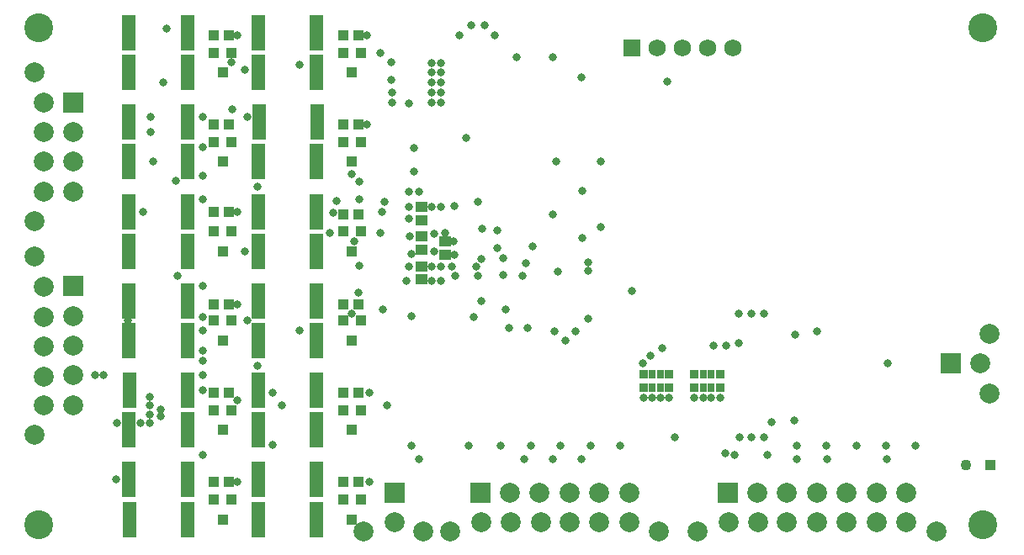
<source format=gbs>
G04*
G04 #@! TF.GenerationSoftware,Altium Limited,Altium Designer,18.1.9 (240)*
G04*
G04 Layer_Color=16711935*
%FSLAX25Y25*%
%MOIN*%
G70*
G01*
G75*
%ADD42R,0.04537X0.04143*%
%ADD46R,0.04147X0.04147*%
%ADD56R,0.03320X0.03556*%
%ADD57R,0.02769X0.03556*%
%ADD65C,0.06800*%
%ADD66R,0.06800X0.06800*%
%ADD67C,0.07887*%
%ADD68R,0.07887X0.07887*%
%ADD69R,0.07887X0.07887*%
%ADD70R,0.04343X0.04343*%
%ADD71C,0.04343*%
%ADD72C,0.11430*%
%ADD73C,0.03162*%
%ADD94R,0.05721X0.14186*%
%ADD95R,0.03950X0.04343*%
D42*
X161417Y124016D02*
D03*
Y118701D02*
D03*
Y112205D02*
D03*
Y106890D02*
D03*
X170866Y122047D02*
D03*
Y116732D02*
D03*
X161417Y135827D02*
D03*
Y130512D02*
D03*
D46*
X79134Y26575D02*
D03*
X85236D02*
D03*
X79134Y62008D02*
D03*
X85236D02*
D03*
X79134Y97047D02*
D03*
X85236D02*
D03*
X79134Y133858D02*
D03*
X85236D02*
D03*
X79134Y168307D02*
D03*
X85236D02*
D03*
X79134Y203740D02*
D03*
X85236D02*
D03*
X130315D02*
D03*
X136417D02*
D03*
X130315Y168307D02*
D03*
X136417D02*
D03*
X130315Y132874D02*
D03*
X136417D02*
D03*
X130315Y97047D02*
D03*
X136417D02*
D03*
X130315Y62008D02*
D03*
X136417D02*
D03*
X130315Y26575D02*
D03*
X136417D02*
D03*
D56*
X259567Y63976D02*
D03*
X249488D02*
D03*
X259567Y69488D02*
D03*
X249488D02*
D03*
X279646Y63976D02*
D03*
X269567D02*
D03*
X279646Y69488D02*
D03*
X269567D02*
D03*
D57*
X256102Y63976D02*
D03*
X252953D02*
D03*
X256102Y69488D02*
D03*
X252953D02*
D03*
X276181Y63976D02*
D03*
X273031D02*
D03*
X276181Y69488D02*
D03*
X273031D02*
D03*
D65*
X284764Y198819D02*
D03*
X274764D02*
D03*
X264764D02*
D03*
X254764D02*
D03*
D66*
X244764D02*
D03*
D67*
X243701Y10630D02*
D03*
X231890D02*
D03*
X172835Y6929D02*
D03*
X255512D02*
D03*
X196457Y22441D02*
D03*
X208268D02*
D03*
X220079D02*
D03*
X243701D02*
D03*
X185039Y10630D02*
D03*
X196850D02*
D03*
X208661D02*
D03*
X231890Y22441D02*
D03*
X220079Y10630D02*
D03*
X138573Y6890D02*
D03*
X162195D02*
D03*
X150778Y10591D02*
D03*
X382874Y73819D02*
D03*
X386575Y85236D02*
D03*
Y61614D02*
D03*
X11811Y141732D02*
D03*
Y153543D02*
D03*
Y165354D02*
D03*
Y177165D02*
D03*
X23622Y141732D02*
D03*
Y153543D02*
D03*
Y165354D02*
D03*
X8110Y129921D02*
D03*
Y188976D02*
D03*
X8110Y116142D02*
D03*
Y45276D02*
D03*
X23622Y92520D02*
D03*
Y80709D02*
D03*
Y68898D02*
D03*
X11811Y103937D02*
D03*
Y92126D02*
D03*
Y80315D02*
D03*
Y68504D02*
D03*
X23622Y57087D02*
D03*
X11811D02*
D03*
X329921Y10630D02*
D03*
X318110D02*
D03*
X270866Y6929D02*
D03*
X365354D02*
D03*
X294488Y22441D02*
D03*
X306299D02*
D03*
X318110D02*
D03*
X341732D02*
D03*
X353543D02*
D03*
X283071Y10630D02*
D03*
X294882D02*
D03*
X329921Y22441D02*
D03*
X306299Y10630D02*
D03*
X341732D02*
D03*
X353543D02*
D03*
D68*
X184646Y22441D02*
D03*
X150778Y22402D02*
D03*
X282677Y22441D02*
D03*
D69*
X371063Y73819D02*
D03*
X23622Y177165D02*
D03*
X23622Y104331D02*
D03*
D70*
X386811Y33465D02*
D03*
D71*
X376969D02*
D03*
D72*
X383858Y206693D02*
D03*
X9843Y9843D02*
D03*
Y206693D02*
D03*
X383858Y9843D02*
D03*
D73*
X214961Y153543D02*
D03*
X213583Y132677D02*
D03*
X190551Y203740D02*
D03*
X186516Y207776D02*
D03*
X181201D02*
D03*
X176378Y203740D02*
D03*
X227362Y110236D02*
D03*
Y113702D02*
D03*
X32283Y68898D02*
D03*
X35433D02*
D03*
X156496Y176742D02*
D03*
X149707Y176969D02*
D03*
X149728Y181102D02*
D03*
X149606Y186024D02*
D03*
X169291Y192707D02*
D03*
Y188976D02*
D03*
Y185039D02*
D03*
Y181102D02*
D03*
Y177165D02*
D03*
X165354D02*
D03*
Y181102D02*
D03*
Y185039D02*
D03*
Y188976D02*
D03*
Y192707D02*
D03*
X346260Y73819D02*
D03*
X205512Y120079D02*
D03*
X185433Y127165D02*
D03*
X191368Y126392D02*
D03*
Y119331D02*
D03*
X225020Y142126D02*
D03*
X201575Y108536D02*
D03*
X193701Y108778D02*
D03*
X194882Y95079D02*
D03*
X136614Y101575D02*
D03*
X136811Y112283D02*
D03*
X53937Y50000D02*
D03*
X40945Y50000D02*
D03*
X50000D02*
D03*
X58071Y52652D02*
D03*
Y55271D02*
D03*
X53937Y53509D02*
D03*
Y60527D02*
D03*
Y57018D02*
D03*
X297185Y93445D02*
D03*
X218504Y82677D02*
D03*
X202672Y113406D02*
D03*
X249166Y73813D02*
D03*
X213386Y194882D02*
D03*
X199213Y195079D02*
D03*
X60433Y206496D02*
D03*
X309154Y51181D02*
D03*
X160433Y35827D02*
D03*
X277185Y80709D02*
D03*
X285433Y37402D02*
D03*
X281890Y38189D02*
D03*
X298425Y37402D02*
D03*
X345669Y35827D02*
D03*
X322047D02*
D03*
X310236Y35630D02*
D03*
X202136Y35827D02*
D03*
X213583D02*
D03*
X224705D02*
D03*
X261811Y44291D02*
D03*
X357283Y41043D02*
D03*
X345472D02*
D03*
X333661D02*
D03*
X321850D02*
D03*
X310039D02*
D03*
X240158D02*
D03*
X228346D02*
D03*
X216535D02*
D03*
X204724D02*
D03*
X192913D02*
D03*
X180118D02*
D03*
X157480D02*
D03*
X88583Y97047D02*
D03*
X287401Y44291D02*
D03*
X318110Y86221D02*
D03*
X86221Y192913D02*
D03*
X174213Y122047D02*
D03*
X170866Y125394D02*
D03*
X282185Y80709D02*
D03*
X279646Y60039D02*
D03*
X276181D02*
D03*
X273031D02*
D03*
X256890Y79724D02*
D03*
X251969Y76772D02*
D03*
X232480Y127717D02*
D03*
X227362Y91535D02*
D03*
X232382Y153543D02*
D03*
X292185Y44429D02*
D03*
Y93366D02*
D03*
X203484Y87795D02*
D03*
X196063D02*
D03*
X222441Y86221D02*
D03*
X213976D02*
D03*
X287185Y81693D02*
D03*
Y93504D02*
D03*
X244921Y102236D02*
D03*
X193720Y115335D02*
D03*
X269567Y60039D02*
D03*
X249488D02*
D03*
X252953D02*
D03*
X256102D02*
D03*
X259567D02*
D03*
X183916Y108268D02*
D03*
X174724D02*
D03*
X215453Y110138D02*
D03*
X225020Y123406D02*
D03*
X178974Y163189D02*
D03*
X183916Y137795D02*
D03*
X224705Y187008D02*
D03*
X174409Y136142D02*
D03*
X258661Y185236D02*
D03*
X309449Y85039D02*
D03*
X297185Y44291D02*
D03*
X300197Y50394D02*
D03*
X113189Y191929D02*
D03*
X86614Y174212D02*
D03*
X183071Y112205D02*
D03*
X173425Y112205D02*
D03*
X185039Y115157D02*
D03*
X174409Y116732D02*
D03*
X166339Y125000D02*
D03*
X149606Y192913D02*
D03*
X145079Y196850D02*
D03*
X102362Y41339D02*
D03*
X106299Y57087D02*
D03*
X182283Y92126D02*
D03*
X169291Y106299D02*
D03*
X155511Y106299D02*
D03*
X165354Y112205D02*
D03*
Y106299D02*
D03*
X156496Y112205D02*
D03*
X157480Y92519D02*
D03*
X92519Y90551D02*
D03*
X113189Y86614D02*
D03*
X136811Y145669D02*
D03*
X133858Y148622D02*
D03*
X92519Y171259D02*
D03*
X158465Y149606D02*
D03*
Y159035D02*
D03*
X140748Y26575D02*
D03*
X147638Y57087D02*
D03*
X145669Y133858D02*
D03*
X156890Y124016D02*
D03*
X145079Y125394D02*
D03*
X125000D02*
D03*
X134842Y122047D02*
D03*
X136811Y138779D02*
D03*
X126417Y133268D02*
D03*
X127953Y138198D02*
D03*
X146260Y95079D02*
D03*
X96457Y72835D02*
D03*
X63976Y146142D02*
D03*
X74803Y37402D02*
D03*
Y68898D02*
D03*
X40354Y27559D02*
D03*
X45276Y90551D02*
D03*
X64961Y108268D02*
D03*
X102362Y62008D02*
D03*
X91535Y118110D02*
D03*
X74803Y62992D02*
D03*
X74803Y74803D02*
D03*
X74803Y78740D02*
D03*
Y86614D02*
D03*
Y92126D02*
D03*
Y104331D02*
D03*
X96457Y143701D02*
D03*
X74803Y138779D02*
D03*
X91535Y189961D02*
D03*
X51181Y133858D02*
D03*
X55118Y153543D02*
D03*
X139764Y168307D02*
D03*
X88583Y26575D02*
D03*
X133858Y93504D02*
D03*
X140748Y62008D02*
D03*
X88583Y59055D02*
D03*
Y133858D02*
D03*
X74803Y171260D02*
D03*
X88583Y203740D02*
D03*
X139764D02*
D03*
X74803Y147963D02*
D03*
Y159449D02*
D03*
X54134Y165354D02*
D03*
Y171260D02*
D03*
X59055Y185039D02*
D03*
X185039Y98425D02*
D03*
X157480Y117126D02*
D03*
X156496Y130905D02*
D03*
X160433Y141732D02*
D03*
X156496Y141732D02*
D03*
X169291Y112205D02*
D03*
X166339Y118110D02*
D03*
X169291Y135827D02*
D03*
X165354Y135827D02*
D03*
X146653Y137795D02*
D03*
X156496Y135827D02*
D03*
D94*
X96653Y188976D02*
D03*
X119882D02*
D03*
Y153543D02*
D03*
X96653D02*
D03*
X119882Y11811D02*
D03*
X96653D02*
D03*
X119882Y27559D02*
D03*
X96653D02*
D03*
X119882Y47244D02*
D03*
X96653D02*
D03*
X119882Y62992D02*
D03*
X96653D02*
D03*
X119882Y98425D02*
D03*
X96653D02*
D03*
X119882Y82677D02*
D03*
X96653D02*
D03*
X119882Y118110D02*
D03*
X96653D02*
D03*
X119882Y133858D02*
D03*
X96653D02*
D03*
X96969Y169291D02*
D03*
X120197D02*
D03*
X96653Y204724D02*
D03*
X119882D02*
D03*
X45472D02*
D03*
X68701D02*
D03*
X45472Y188976D02*
D03*
X68701D02*
D03*
X45472Y169291D02*
D03*
X68701D02*
D03*
X45472Y153543D02*
D03*
X68701D02*
D03*
X45472Y133858D02*
D03*
X68701D02*
D03*
X45472Y118110D02*
D03*
X68701D02*
D03*
X45472Y98425D02*
D03*
X68701D02*
D03*
X45472Y82677D02*
D03*
X68701D02*
D03*
X45669Y62992D02*
D03*
X68898D02*
D03*
X45472Y47244D02*
D03*
X68701D02*
D03*
X45472Y27559D02*
D03*
X68701D02*
D03*
X45669Y11811D02*
D03*
X68898D02*
D03*
D95*
X82677D02*
D03*
X86221Y19685D02*
D03*
X79134D02*
D03*
X82677Y47244D02*
D03*
X86221Y55118D02*
D03*
X79134D02*
D03*
X82677Y82677D02*
D03*
X86221Y90551D02*
D03*
X79134D02*
D03*
X82677Y118110D02*
D03*
X86221Y125984D02*
D03*
X79134D02*
D03*
X82677Y153543D02*
D03*
X86221Y161417D02*
D03*
X79134D02*
D03*
X82677Y188976D02*
D03*
X86221Y196850D02*
D03*
X79134D02*
D03*
X133858Y188976D02*
D03*
X137402Y196850D02*
D03*
X130315D02*
D03*
X133858Y153543D02*
D03*
X137402Y161417D02*
D03*
X130315D02*
D03*
X133858Y118110D02*
D03*
X137402Y125984D02*
D03*
X130315D02*
D03*
X133858Y82677D02*
D03*
X137402Y90551D02*
D03*
X130315D02*
D03*
X133858Y47244D02*
D03*
X137402Y55118D02*
D03*
X130315D02*
D03*
X133858Y11811D02*
D03*
X137402Y19685D02*
D03*
X130315D02*
D03*
M02*

</source>
